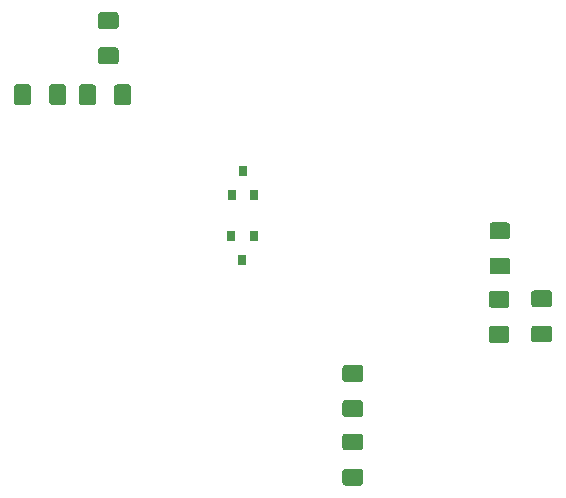
<source format=gbr>
G04 #@! TF.GenerationSoftware,KiCad,Pcbnew,(5.1.5)-3*
G04 #@! TF.CreationDate,2020-09-02T12:15:22+02:00*
G04 #@! TF.ProjectId,mixer,6d697865-722e-46b6-9963-61645f706362,rev?*
G04 #@! TF.SameCoordinates,Original*
G04 #@! TF.FileFunction,Paste,Top*
G04 #@! TF.FilePolarity,Positive*
%FSLAX46Y46*%
G04 Gerber Fmt 4.6, Leading zero omitted, Abs format (unit mm)*
G04 Created by KiCad (PCBNEW (5.1.5)-3) date 2020-09-02 12:15:22*
%MOMM*%
%LPD*%
G04 APERTURE LIST*
%ADD10C,0.100000*%
%ADD11R,0.800000X0.900000*%
G04 APERTURE END LIST*
D10*
G36*
X65044504Y-82206204D02*
G01*
X65068773Y-82209804D01*
X65092571Y-82215765D01*
X65115671Y-82224030D01*
X65137849Y-82234520D01*
X65158893Y-82247133D01*
X65178598Y-82261747D01*
X65196777Y-82278223D01*
X65213253Y-82296402D01*
X65227867Y-82316107D01*
X65240480Y-82337151D01*
X65250970Y-82359329D01*
X65259235Y-82382429D01*
X65265196Y-82406227D01*
X65268796Y-82430496D01*
X65270000Y-82455000D01*
X65270000Y-83705000D01*
X65268796Y-83729504D01*
X65265196Y-83753773D01*
X65259235Y-83777571D01*
X65250970Y-83800671D01*
X65240480Y-83822849D01*
X65227867Y-83843893D01*
X65213253Y-83863598D01*
X65196777Y-83881777D01*
X65178598Y-83898253D01*
X65158893Y-83912867D01*
X65137849Y-83925480D01*
X65115671Y-83935970D01*
X65092571Y-83944235D01*
X65068773Y-83950196D01*
X65044504Y-83953796D01*
X65020000Y-83955000D01*
X64095000Y-83955000D01*
X64070496Y-83953796D01*
X64046227Y-83950196D01*
X64022429Y-83944235D01*
X63999329Y-83935970D01*
X63977151Y-83925480D01*
X63956107Y-83912867D01*
X63936402Y-83898253D01*
X63918223Y-83881777D01*
X63901747Y-83863598D01*
X63887133Y-83843893D01*
X63874520Y-83822849D01*
X63864030Y-83800671D01*
X63855765Y-83777571D01*
X63849804Y-83753773D01*
X63846204Y-83729504D01*
X63845000Y-83705000D01*
X63845000Y-82455000D01*
X63846204Y-82430496D01*
X63849804Y-82406227D01*
X63855765Y-82382429D01*
X63864030Y-82359329D01*
X63874520Y-82337151D01*
X63887133Y-82316107D01*
X63901747Y-82296402D01*
X63918223Y-82278223D01*
X63936402Y-82261747D01*
X63956107Y-82247133D01*
X63977151Y-82234520D01*
X63999329Y-82224030D01*
X64022429Y-82215765D01*
X64046227Y-82209804D01*
X64070496Y-82206204D01*
X64095000Y-82205000D01*
X65020000Y-82205000D01*
X65044504Y-82206204D01*
G37*
G36*
X62069504Y-82206204D02*
G01*
X62093773Y-82209804D01*
X62117571Y-82215765D01*
X62140671Y-82224030D01*
X62162849Y-82234520D01*
X62183893Y-82247133D01*
X62203598Y-82261747D01*
X62221777Y-82278223D01*
X62238253Y-82296402D01*
X62252867Y-82316107D01*
X62265480Y-82337151D01*
X62275970Y-82359329D01*
X62284235Y-82382429D01*
X62290196Y-82406227D01*
X62293796Y-82430496D01*
X62295000Y-82455000D01*
X62295000Y-83705000D01*
X62293796Y-83729504D01*
X62290196Y-83753773D01*
X62284235Y-83777571D01*
X62275970Y-83800671D01*
X62265480Y-83822849D01*
X62252867Y-83843893D01*
X62238253Y-83863598D01*
X62221777Y-83881777D01*
X62203598Y-83898253D01*
X62183893Y-83912867D01*
X62162849Y-83925480D01*
X62140671Y-83935970D01*
X62117571Y-83944235D01*
X62093773Y-83950196D01*
X62069504Y-83953796D01*
X62045000Y-83955000D01*
X61120000Y-83955000D01*
X61095496Y-83953796D01*
X61071227Y-83950196D01*
X61047429Y-83944235D01*
X61024329Y-83935970D01*
X61002151Y-83925480D01*
X60981107Y-83912867D01*
X60961402Y-83898253D01*
X60943223Y-83881777D01*
X60926747Y-83863598D01*
X60912133Y-83843893D01*
X60899520Y-83822849D01*
X60889030Y-83800671D01*
X60880765Y-83777571D01*
X60874804Y-83753773D01*
X60871204Y-83729504D01*
X60870000Y-83705000D01*
X60870000Y-82455000D01*
X60871204Y-82430496D01*
X60874804Y-82406227D01*
X60880765Y-82382429D01*
X60889030Y-82359329D01*
X60899520Y-82337151D01*
X60912133Y-82316107D01*
X60926747Y-82296402D01*
X60943223Y-82278223D01*
X60961402Y-82261747D01*
X60981107Y-82247133D01*
X61002151Y-82234520D01*
X61024329Y-82224030D01*
X61047429Y-82215765D01*
X61071227Y-82209804D01*
X61095496Y-82206204D01*
X61120000Y-82205000D01*
X62045000Y-82205000D01*
X62069504Y-82206204D01*
G37*
G36*
X70544504Y-82226204D02*
G01*
X70568773Y-82229804D01*
X70592571Y-82235765D01*
X70615671Y-82244030D01*
X70637849Y-82254520D01*
X70658893Y-82267133D01*
X70678598Y-82281747D01*
X70696777Y-82298223D01*
X70713253Y-82316402D01*
X70727867Y-82336107D01*
X70740480Y-82357151D01*
X70750970Y-82379329D01*
X70759235Y-82402429D01*
X70765196Y-82426227D01*
X70768796Y-82450496D01*
X70770000Y-82475000D01*
X70770000Y-83725000D01*
X70768796Y-83749504D01*
X70765196Y-83773773D01*
X70759235Y-83797571D01*
X70750970Y-83820671D01*
X70740480Y-83842849D01*
X70727867Y-83863893D01*
X70713253Y-83883598D01*
X70696777Y-83901777D01*
X70678598Y-83918253D01*
X70658893Y-83932867D01*
X70637849Y-83945480D01*
X70615671Y-83955970D01*
X70592571Y-83964235D01*
X70568773Y-83970196D01*
X70544504Y-83973796D01*
X70520000Y-83975000D01*
X69595000Y-83975000D01*
X69570496Y-83973796D01*
X69546227Y-83970196D01*
X69522429Y-83964235D01*
X69499329Y-83955970D01*
X69477151Y-83945480D01*
X69456107Y-83932867D01*
X69436402Y-83918253D01*
X69418223Y-83901777D01*
X69401747Y-83883598D01*
X69387133Y-83863893D01*
X69374520Y-83842849D01*
X69364030Y-83820671D01*
X69355765Y-83797571D01*
X69349804Y-83773773D01*
X69346204Y-83749504D01*
X69345000Y-83725000D01*
X69345000Y-82475000D01*
X69346204Y-82450496D01*
X69349804Y-82426227D01*
X69355765Y-82402429D01*
X69364030Y-82379329D01*
X69374520Y-82357151D01*
X69387133Y-82336107D01*
X69401747Y-82316402D01*
X69418223Y-82298223D01*
X69436402Y-82281747D01*
X69456107Y-82267133D01*
X69477151Y-82254520D01*
X69499329Y-82244030D01*
X69522429Y-82235765D01*
X69546227Y-82229804D01*
X69570496Y-82226204D01*
X69595000Y-82225000D01*
X70520000Y-82225000D01*
X70544504Y-82226204D01*
G37*
G36*
X67569504Y-82226204D02*
G01*
X67593773Y-82229804D01*
X67617571Y-82235765D01*
X67640671Y-82244030D01*
X67662849Y-82254520D01*
X67683893Y-82267133D01*
X67703598Y-82281747D01*
X67721777Y-82298223D01*
X67738253Y-82316402D01*
X67752867Y-82336107D01*
X67765480Y-82357151D01*
X67775970Y-82379329D01*
X67784235Y-82402429D01*
X67790196Y-82426227D01*
X67793796Y-82450496D01*
X67795000Y-82475000D01*
X67795000Y-83725000D01*
X67793796Y-83749504D01*
X67790196Y-83773773D01*
X67784235Y-83797571D01*
X67775970Y-83820671D01*
X67765480Y-83842849D01*
X67752867Y-83863893D01*
X67738253Y-83883598D01*
X67721777Y-83901777D01*
X67703598Y-83918253D01*
X67683893Y-83932867D01*
X67662849Y-83945480D01*
X67640671Y-83955970D01*
X67617571Y-83964235D01*
X67593773Y-83970196D01*
X67569504Y-83973796D01*
X67545000Y-83975000D01*
X66620000Y-83975000D01*
X66595496Y-83973796D01*
X66571227Y-83970196D01*
X66547429Y-83964235D01*
X66524329Y-83955970D01*
X66502151Y-83945480D01*
X66481107Y-83932867D01*
X66461402Y-83918253D01*
X66443223Y-83901777D01*
X66426747Y-83883598D01*
X66412133Y-83863893D01*
X66399520Y-83842849D01*
X66389030Y-83820671D01*
X66380765Y-83797571D01*
X66374804Y-83773773D01*
X66371204Y-83749504D01*
X66370000Y-83725000D01*
X66370000Y-82475000D01*
X66371204Y-82450496D01*
X66374804Y-82426227D01*
X66380765Y-82402429D01*
X66389030Y-82379329D01*
X66399520Y-82357151D01*
X66412133Y-82336107D01*
X66426747Y-82316402D01*
X66443223Y-82298223D01*
X66461402Y-82281747D01*
X66481107Y-82267133D01*
X66502151Y-82254520D01*
X66524329Y-82244030D01*
X66547429Y-82235765D01*
X66571227Y-82229804D01*
X66595496Y-82226204D01*
X66620000Y-82225000D01*
X67545000Y-82225000D01*
X67569504Y-82226204D01*
G37*
G36*
X69489504Y-79086204D02*
G01*
X69513773Y-79089804D01*
X69537571Y-79095765D01*
X69560671Y-79104030D01*
X69582849Y-79114520D01*
X69603893Y-79127133D01*
X69623598Y-79141747D01*
X69641777Y-79158223D01*
X69658253Y-79176402D01*
X69672867Y-79196107D01*
X69685480Y-79217151D01*
X69695970Y-79239329D01*
X69704235Y-79262429D01*
X69710196Y-79286227D01*
X69713796Y-79310496D01*
X69715000Y-79335000D01*
X69715000Y-80260000D01*
X69713796Y-80284504D01*
X69710196Y-80308773D01*
X69704235Y-80332571D01*
X69695970Y-80355671D01*
X69685480Y-80377849D01*
X69672867Y-80398893D01*
X69658253Y-80418598D01*
X69641777Y-80436777D01*
X69623598Y-80453253D01*
X69603893Y-80467867D01*
X69582849Y-80480480D01*
X69560671Y-80490970D01*
X69537571Y-80499235D01*
X69513773Y-80505196D01*
X69489504Y-80508796D01*
X69465000Y-80510000D01*
X68215000Y-80510000D01*
X68190496Y-80508796D01*
X68166227Y-80505196D01*
X68142429Y-80499235D01*
X68119329Y-80490970D01*
X68097151Y-80480480D01*
X68076107Y-80467867D01*
X68056402Y-80453253D01*
X68038223Y-80436777D01*
X68021747Y-80418598D01*
X68007133Y-80398893D01*
X67994520Y-80377849D01*
X67984030Y-80355671D01*
X67975765Y-80332571D01*
X67969804Y-80308773D01*
X67966204Y-80284504D01*
X67965000Y-80260000D01*
X67965000Y-79335000D01*
X67966204Y-79310496D01*
X67969804Y-79286227D01*
X67975765Y-79262429D01*
X67984030Y-79239329D01*
X67994520Y-79217151D01*
X68007133Y-79196107D01*
X68021747Y-79176402D01*
X68038223Y-79158223D01*
X68056402Y-79141747D01*
X68076107Y-79127133D01*
X68097151Y-79114520D01*
X68119329Y-79104030D01*
X68142429Y-79095765D01*
X68166227Y-79089804D01*
X68190496Y-79086204D01*
X68215000Y-79085000D01*
X69465000Y-79085000D01*
X69489504Y-79086204D01*
G37*
G36*
X69489504Y-76111204D02*
G01*
X69513773Y-76114804D01*
X69537571Y-76120765D01*
X69560671Y-76129030D01*
X69582849Y-76139520D01*
X69603893Y-76152133D01*
X69623598Y-76166747D01*
X69641777Y-76183223D01*
X69658253Y-76201402D01*
X69672867Y-76221107D01*
X69685480Y-76242151D01*
X69695970Y-76264329D01*
X69704235Y-76287429D01*
X69710196Y-76311227D01*
X69713796Y-76335496D01*
X69715000Y-76360000D01*
X69715000Y-77285000D01*
X69713796Y-77309504D01*
X69710196Y-77333773D01*
X69704235Y-77357571D01*
X69695970Y-77380671D01*
X69685480Y-77402849D01*
X69672867Y-77423893D01*
X69658253Y-77443598D01*
X69641777Y-77461777D01*
X69623598Y-77478253D01*
X69603893Y-77492867D01*
X69582849Y-77505480D01*
X69560671Y-77515970D01*
X69537571Y-77524235D01*
X69513773Y-77530196D01*
X69489504Y-77533796D01*
X69465000Y-77535000D01*
X68215000Y-77535000D01*
X68190496Y-77533796D01*
X68166227Y-77530196D01*
X68142429Y-77524235D01*
X68119329Y-77515970D01*
X68097151Y-77505480D01*
X68076107Y-77492867D01*
X68056402Y-77478253D01*
X68038223Y-77461777D01*
X68021747Y-77443598D01*
X68007133Y-77423893D01*
X67994520Y-77402849D01*
X67984030Y-77380671D01*
X67975765Y-77357571D01*
X67969804Y-77333773D01*
X67966204Y-77309504D01*
X67965000Y-77285000D01*
X67965000Y-76360000D01*
X67966204Y-76335496D01*
X67969804Y-76311227D01*
X67975765Y-76287429D01*
X67984030Y-76264329D01*
X67994520Y-76242151D01*
X68007133Y-76221107D01*
X68021747Y-76201402D01*
X68038223Y-76183223D01*
X68056402Y-76166747D01*
X68076107Y-76152133D01*
X68097151Y-76139520D01*
X68119329Y-76129030D01*
X68142429Y-76120765D01*
X68166227Y-76114804D01*
X68190496Y-76111204D01*
X68215000Y-76110000D01*
X69465000Y-76110000D01*
X69489504Y-76111204D01*
G37*
G36*
X106189044Y-102637824D02*
G01*
X106213313Y-102641424D01*
X106237111Y-102647385D01*
X106260211Y-102655650D01*
X106282389Y-102666140D01*
X106303433Y-102678753D01*
X106323138Y-102693367D01*
X106341317Y-102709843D01*
X106357793Y-102728022D01*
X106372407Y-102747727D01*
X106385020Y-102768771D01*
X106395510Y-102790949D01*
X106403775Y-102814049D01*
X106409736Y-102837847D01*
X106413336Y-102862116D01*
X106414540Y-102886620D01*
X106414540Y-103811620D01*
X106413336Y-103836124D01*
X106409736Y-103860393D01*
X106403775Y-103884191D01*
X106395510Y-103907291D01*
X106385020Y-103929469D01*
X106372407Y-103950513D01*
X106357793Y-103970218D01*
X106341317Y-103988397D01*
X106323138Y-104004873D01*
X106303433Y-104019487D01*
X106282389Y-104032100D01*
X106260211Y-104042590D01*
X106237111Y-104050855D01*
X106213313Y-104056816D01*
X106189044Y-104060416D01*
X106164540Y-104061620D01*
X104914540Y-104061620D01*
X104890036Y-104060416D01*
X104865767Y-104056816D01*
X104841969Y-104050855D01*
X104818869Y-104042590D01*
X104796691Y-104032100D01*
X104775647Y-104019487D01*
X104755942Y-104004873D01*
X104737763Y-103988397D01*
X104721287Y-103970218D01*
X104706673Y-103950513D01*
X104694060Y-103929469D01*
X104683570Y-103907291D01*
X104675305Y-103884191D01*
X104669344Y-103860393D01*
X104665744Y-103836124D01*
X104664540Y-103811620D01*
X104664540Y-102886620D01*
X104665744Y-102862116D01*
X104669344Y-102837847D01*
X104675305Y-102814049D01*
X104683570Y-102790949D01*
X104694060Y-102768771D01*
X104706673Y-102747727D01*
X104721287Y-102728022D01*
X104737763Y-102709843D01*
X104755942Y-102693367D01*
X104775647Y-102678753D01*
X104796691Y-102666140D01*
X104818869Y-102655650D01*
X104841969Y-102647385D01*
X104865767Y-102641424D01*
X104890036Y-102637824D01*
X104914540Y-102636620D01*
X106164540Y-102636620D01*
X106189044Y-102637824D01*
G37*
G36*
X106189044Y-99662824D02*
G01*
X106213313Y-99666424D01*
X106237111Y-99672385D01*
X106260211Y-99680650D01*
X106282389Y-99691140D01*
X106303433Y-99703753D01*
X106323138Y-99718367D01*
X106341317Y-99734843D01*
X106357793Y-99753022D01*
X106372407Y-99772727D01*
X106385020Y-99793771D01*
X106395510Y-99815949D01*
X106403775Y-99839049D01*
X106409736Y-99862847D01*
X106413336Y-99887116D01*
X106414540Y-99911620D01*
X106414540Y-100836620D01*
X106413336Y-100861124D01*
X106409736Y-100885393D01*
X106403775Y-100909191D01*
X106395510Y-100932291D01*
X106385020Y-100954469D01*
X106372407Y-100975513D01*
X106357793Y-100995218D01*
X106341317Y-101013397D01*
X106323138Y-101029873D01*
X106303433Y-101044487D01*
X106282389Y-101057100D01*
X106260211Y-101067590D01*
X106237111Y-101075855D01*
X106213313Y-101081816D01*
X106189044Y-101085416D01*
X106164540Y-101086620D01*
X104914540Y-101086620D01*
X104890036Y-101085416D01*
X104865767Y-101081816D01*
X104841969Y-101075855D01*
X104818869Y-101067590D01*
X104796691Y-101057100D01*
X104775647Y-101044487D01*
X104755942Y-101029873D01*
X104737763Y-101013397D01*
X104721287Y-100995218D01*
X104706673Y-100975513D01*
X104694060Y-100954469D01*
X104683570Y-100932291D01*
X104675305Y-100909191D01*
X104669344Y-100885393D01*
X104665744Y-100861124D01*
X104664540Y-100836620D01*
X104664540Y-99911620D01*
X104665744Y-99887116D01*
X104669344Y-99862847D01*
X104675305Y-99839049D01*
X104683570Y-99815949D01*
X104694060Y-99793771D01*
X104706673Y-99772727D01*
X104721287Y-99753022D01*
X104737763Y-99734843D01*
X104755942Y-99718367D01*
X104775647Y-99703753D01*
X104796691Y-99691140D01*
X104818869Y-99680650D01*
X104841969Y-99672385D01*
X104865767Y-99666424D01*
X104890036Y-99662824D01*
X104914540Y-99661620D01*
X106164540Y-99661620D01*
X106189044Y-99662824D01*
G37*
G36*
X102584784Y-99703464D02*
G01*
X102609053Y-99707064D01*
X102632851Y-99713025D01*
X102655951Y-99721290D01*
X102678129Y-99731780D01*
X102699173Y-99744393D01*
X102718878Y-99759007D01*
X102737057Y-99775483D01*
X102753533Y-99793662D01*
X102768147Y-99813367D01*
X102780760Y-99834411D01*
X102791250Y-99856589D01*
X102799515Y-99879689D01*
X102805476Y-99903487D01*
X102809076Y-99927756D01*
X102810280Y-99952260D01*
X102810280Y-100877260D01*
X102809076Y-100901764D01*
X102805476Y-100926033D01*
X102799515Y-100949831D01*
X102791250Y-100972931D01*
X102780760Y-100995109D01*
X102768147Y-101016153D01*
X102753533Y-101035858D01*
X102737057Y-101054037D01*
X102718878Y-101070513D01*
X102699173Y-101085127D01*
X102678129Y-101097740D01*
X102655951Y-101108230D01*
X102632851Y-101116495D01*
X102609053Y-101122456D01*
X102584784Y-101126056D01*
X102560280Y-101127260D01*
X101310280Y-101127260D01*
X101285776Y-101126056D01*
X101261507Y-101122456D01*
X101237709Y-101116495D01*
X101214609Y-101108230D01*
X101192431Y-101097740D01*
X101171387Y-101085127D01*
X101151682Y-101070513D01*
X101133503Y-101054037D01*
X101117027Y-101035858D01*
X101102413Y-101016153D01*
X101089800Y-100995109D01*
X101079310Y-100972931D01*
X101071045Y-100949831D01*
X101065084Y-100926033D01*
X101061484Y-100901764D01*
X101060280Y-100877260D01*
X101060280Y-99952260D01*
X101061484Y-99927756D01*
X101065084Y-99903487D01*
X101071045Y-99879689D01*
X101079310Y-99856589D01*
X101089800Y-99834411D01*
X101102413Y-99813367D01*
X101117027Y-99793662D01*
X101133503Y-99775483D01*
X101151682Y-99759007D01*
X101171387Y-99744393D01*
X101192431Y-99731780D01*
X101214609Y-99721290D01*
X101237709Y-99713025D01*
X101261507Y-99707064D01*
X101285776Y-99703464D01*
X101310280Y-99702260D01*
X102560280Y-99702260D01*
X102584784Y-99703464D01*
G37*
G36*
X102584784Y-102678464D02*
G01*
X102609053Y-102682064D01*
X102632851Y-102688025D01*
X102655951Y-102696290D01*
X102678129Y-102706780D01*
X102699173Y-102719393D01*
X102718878Y-102734007D01*
X102737057Y-102750483D01*
X102753533Y-102768662D01*
X102768147Y-102788367D01*
X102780760Y-102809411D01*
X102791250Y-102831589D01*
X102799515Y-102854689D01*
X102805476Y-102878487D01*
X102809076Y-102902756D01*
X102810280Y-102927260D01*
X102810280Y-103852260D01*
X102809076Y-103876764D01*
X102805476Y-103901033D01*
X102799515Y-103924831D01*
X102791250Y-103947931D01*
X102780760Y-103970109D01*
X102768147Y-103991153D01*
X102753533Y-104010858D01*
X102737057Y-104029037D01*
X102718878Y-104045513D01*
X102699173Y-104060127D01*
X102678129Y-104072740D01*
X102655951Y-104083230D01*
X102632851Y-104091495D01*
X102609053Y-104097456D01*
X102584784Y-104101056D01*
X102560280Y-104102260D01*
X101310280Y-104102260D01*
X101285776Y-104101056D01*
X101261507Y-104097456D01*
X101237709Y-104091495D01*
X101214609Y-104083230D01*
X101192431Y-104072740D01*
X101171387Y-104060127D01*
X101151682Y-104045513D01*
X101133503Y-104029037D01*
X101117027Y-104010858D01*
X101102413Y-103991153D01*
X101089800Y-103970109D01*
X101079310Y-103947931D01*
X101071045Y-103924831D01*
X101065084Y-103901033D01*
X101061484Y-103876764D01*
X101060280Y-103852260D01*
X101060280Y-102927260D01*
X101061484Y-102902756D01*
X101065084Y-102878487D01*
X101071045Y-102854689D01*
X101079310Y-102831589D01*
X101089800Y-102809411D01*
X101102413Y-102788367D01*
X101117027Y-102768662D01*
X101133503Y-102750483D01*
X101151682Y-102734007D01*
X101171387Y-102719393D01*
X101192431Y-102706780D01*
X101214609Y-102696290D01*
X101237709Y-102688025D01*
X101261507Y-102682064D01*
X101285776Y-102678464D01*
X101310280Y-102677260D01*
X102560280Y-102677260D01*
X102584784Y-102678464D01*
G37*
G36*
X90199744Y-111786244D02*
G01*
X90224013Y-111789844D01*
X90247811Y-111795805D01*
X90270911Y-111804070D01*
X90293089Y-111814560D01*
X90314133Y-111827173D01*
X90333838Y-111841787D01*
X90352017Y-111858263D01*
X90368493Y-111876442D01*
X90383107Y-111896147D01*
X90395720Y-111917191D01*
X90406210Y-111939369D01*
X90414475Y-111962469D01*
X90420436Y-111986267D01*
X90424036Y-112010536D01*
X90425240Y-112035040D01*
X90425240Y-112960040D01*
X90424036Y-112984544D01*
X90420436Y-113008813D01*
X90414475Y-113032611D01*
X90406210Y-113055711D01*
X90395720Y-113077889D01*
X90383107Y-113098933D01*
X90368493Y-113118638D01*
X90352017Y-113136817D01*
X90333838Y-113153293D01*
X90314133Y-113167907D01*
X90293089Y-113180520D01*
X90270911Y-113191010D01*
X90247811Y-113199275D01*
X90224013Y-113205236D01*
X90199744Y-113208836D01*
X90175240Y-113210040D01*
X88925240Y-113210040D01*
X88900736Y-113208836D01*
X88876467Y-113205236D01*
X88852669Y-113199275D01*
X88829569Y-113191010D01*
X88807391Y-113180520D01*
X88786347Y-113167907D01*
X88766642Y-113153293D01*
X88748463Y-113136817D01*
X88731987Y-113118638D01*
X88717373Y-113098933D01*
X88704760Y-113077889D01*
X88694270Y-113055711D01*
X88686005Y-113032611D01*
X88680044Y-113008813D01*
X88676444Y-112984544D01*
X88675240Y-112960040D01*
X88675240Y-112035040D01*
X88676444Y-112010536D01*
X88680044Y-111986267D01*
X88686005Y-111962469D01*
X88694270Y-111939369D01*
X88704760Y-111917191D01*
X88717373Y-111896147D01*
X88731987Y-111876442D01*
X88748463Y-111858263D01*
X88766642Y-111841787D01*
X88786347Y-111827173D01*
X88807391Y-111814560D01*
X88829569Y-111804070D01*
X88852669Y-111795805D01*
X88876467Y-111789844D01*
X88900736Y-111786244D01*
X88925240Y-111785040D01*
X90175240Y-111785040D01*
X90199744Y-111786244D01*
G37*
G36*
X90199744Y-114761244D02*
G01*
X90224013Y-114764844D01*
X90247811Y-114770805D01*
X90270911Y-114779070D01*
X90293089Y-114789560D01*
X90314133Y-114802173D01*
X90333838Y-114816787D01*
X90352017Y-114833263D01*
X90368493Y-114851442D01*
X90383107Y-114871147D01*
X90395720Y-114892191D01*
X90406210Y-114914369D01*
X90414475Y-114937469D01*
X90420436Y-114961267D01*
X90424036Y-114985536D01*
X90425240Y-115010040D01*
X90425240Y-115935040D01*
X90424036Y-115959544D01*
X90420436Y-115983813D01*
X90414475Y-116007611D01*
X90406210Y-116030711D01*
X90395720Y-116052889D01*
X90383107Y-116073933D01*
X90368493Y-116093638D01*
X90352017Y-116111817D01*
X90333838Y-116128293D01*
X90314133Y-116142907D01*
X90293089Y-116155520D01*
X90270911Y-116166010D01*
X90247811Y-116174275D01*
X90224013Y-116180236D01*
X90199744Y-116183836D01*
X90175240Y-116185040D01*
X88925240Y-116185040D01*
X88900736Y-116183836D01*
X88876467Y-116180236D01*
X88852669Y-116174275D01*
X88829569Y-116166010D01*
X88807391Y-116155520D01*
X88786347Y-116142907D01*
X88766642Y-116128293D01*
X88748463Y-116111817D01*
X88731987Y-116093638D01*
X88717373Y-116073933D01*
X88704760Y-116052889D01*
X88694270Y-116030711D01*
X88686005Y-116007611D01*
X88680044Y-115983813D01*
X88676444Y-115959544D01*
X88675240Y-115935040D01*
X88675240Y-115010040D01*
X88676444Y-114985536D01*
X88680044Y-114961267D01*
X88686005Y-114937469D01*
X88694270Y-114914369D01*
X88704760Y-114892191D01*
X88717373Y-114871147D01*
X88731987Y-114851442D01*
X88748463Y-114833263D01*
X88766642Y-114816787D01*
X88786347Y-114802173D01*
X88807391Y-114789560D01*
X88829569Y-114779070D01*
X88852669Y-114770805D01*
X88876467Y-114764844D01*
X88900736Y-114761244D01*
X88925240Y-114760040D01*
X90175240Y-114760040D01*
X90199744Y-114761244D01*
G37*
G36*
X102648284Y-96889804D02*
G01*
X102672553Y-96893404D01*
X102696351Y-96899365D01*
X102719451Y-96907630D01*
X102741629Y-96918120D01*
X102762673Y-96930733D01*
X102782378Y-96945347D01*
X102800557Y-96961823D01*
X102817033Y-96980002D01*
X102831647Y-96999707D01*
X102844260Y-97020751D01*
X102854750Y-97042929D01*
X102863015Y-97066029D01*
X102868976Y-97089827D01*
X102872576Y-97114096D01*
X102873780Y-97138600D01*
X102873780Y-98063600D01*
X102872576Y-98088104D01*
X102868976Y-98112373D01*
X102863015Y-98136171D01*
X102854750Y-98159271D01*
X102844260Y-98181449D01*
X102831647Y-98202493D01*
X102817033Y-98222198D01*
X102800557Y-98240377D01*
X102782378Y-98256853D01*
X102762673Y-98271467D01*
X102741629Y-98284080D01*
X102719451Y-98294570D01*
X102696351Y-98302835D01*
X102672553Y-98308796D01*
X102648284Y-98312396D01*
X102623780Y-98313600D01*
X101373780Y-98313600D01*
X101349276Y-98312396D01*
X101325007Y-98308796D01*
X101301209Y-98302835D01*
X101278109Y-98294570D01*
X101255931Y-98284080D01*
X101234887Y-98271467D01*
X101215182Y-98256853D01*
X101197003Y-98240377D01*
X101180527Y-98222198D01*
X101165913Y-98202493D01*
X101153300Y-98181449D01*
X101142810Y-98159271D01*
X101134545Y-98136171D01*
X101128584Y-98112373D01*
X101124984Y-98088104D01*
X101123780Y-98063600D01*
X101123780Y-97138600D01*
X101124984Y-97114096D01*
X101128584Y-97089827D01*
X101134545Y-97066029D01*
X101142810Y-97042929D01*
X101153300Y-97020751D01*
X101165913Y-96999707D01*
X101180527Y-96980002D01*
X101197003Y-96961823D01*
X101215182Y-96945347D01*
X101234887Y-96930733D01*
X101255931Y-96918120D01*
X101278109Y-96907630D01*
X101301209Y-96899365D01*
X101325007Y-96893404D01*
X101349276Y-96889804D01*
X101373780Y-96888600D01*
X102623780Y-96888600D01*
X102648284Y-96889804D01*
G37*
G36*
X102648284Y-93914804D02*
G01*
X102672553Y-93918404D01*
X102696351Y-93924365D01*
X102719451Y-93932630D01*
X102741629Y-93943120D01*
X102762673Y-93955733D01*
X102782378Y-93970347D01*
X102800557Y-93986823D01*
X102817033Y-94005002D01*
X102831647Y-94024707D01*
X102844260Y-94045751D01*
X102854750Y-94067929D01*
X102863015Y-94091029D01*
X102868976Y-94114827D01*
X102872576Y-94139096D01*
X102873780Y-94163600D01*
X102873780Y-95088600D01*
X102872576Y-95113104D01*
X102868976Y-95137373D01*
X102863015Y-95161171D01*
X102854750Y-95184271D01*
X102844260Y-95206449D01*
X102831647Y-95227493D01*
X102817033Y-95247198D01*
X102800557Y-95265377D01*
X102782378Y-95281853D01*
X102762673Y-95296467D01*
X102741629Y-95309080D01*
X102719451Y-95319570D01*
X102696351Y-95327835D01*
X102672553Y-95333796D01*
X102648284Y-95337396D01*
X102623780Y-95338600D01*
X101373780Y-95338600D01*
X101349276Y-95337396D01*
X101325007Y-95333796D01*
X101301209Y-95327835D01*
X101278109Y-95319570D01*
X101255931Y-95309080D01*
X101234887Y-95296467D01*
X101215182Y-95281853D01*
X101197003Y-95265377D01*
X101180527Y-95247198D01*
X101165913Y-95227493D01*
X101153300Y-95206449D01*
X101142810Y-95184271D01*
X101134545Y-95161171D01*
X101128584Y-95137373D01*
X101124984Y-95113104D01*
X101123780Y-95088600D01*
X101123780Y-94163600D01*
X101124984Y-94139096D01*
X101128584Y-94114827D01*
X101134545Y-94091029D01*
X101142810Y-94067929D01*
X101153300Y-94045751D01*
X101165913Y-94024707D01*
X101180527Y-94005002D01*
X101197003Y-93986823D01*
X101215182Y-93970347D01*
X101234887Y-93955733D01*
X101255931Y-93943120D01*
X101278109Y-93932630D01*
X101301209Y-93924365D01*
X101325007Y-93918404D01*
X101349276Y-93914804D01*
X101373780Y-93913600D01*
X102623780Y-93913600D01*
X102648284Y-93914804D01*
G37*
D11*
X81155580Y-95080580D03*
X79255580Y-95080580D03*
X80205580Y-97080580D03*
X80246220Y-89558620D03*
X81196220Y-91558620D03*
X79296220Y-91558620D03*
D10*
G36*
X90199744Y-105984884D02*
G01*
X90224013Y-105988484D01*
X90247811Y-105994445D01*
X90270911Y-106002710D01*
X90293089Y-106013200D01*
X90314133Y-106025813D01*
X90333838Y-106040427D01*
X90352017Y-106056903D01*
X90368493Y-106075082D01*
X90383107Y-106094787D01*
X90395720Y-106115831D01*
X90406210Y-106138009D01*
X90414475Y-106161109D01*
X90420436Y-106184907D01*
X90424036Y-106209176D01*
X90425240Y-106233680D01*
X90425240Y-107158680D01*
X90424036Y-107183184D01*
X90420436Y-107207453D01*
X90414475Y-107231251D01*
X90406210Y-107254351D01*
X90395720Y-107276529D01*
X90383107Y-107297573D01*
X90368493Y-107317278D01*
X90352017Y-107335457D01*
X90333838Y-107351933D01*
X90314133Y-107366547D01*
X90293089Y-107379160D01*
X90270911Y-107389650D01*
X90247811Y-107397915D01*
X90224013Y-107403876D01*
X90199744Y-107407476D01*
X90175240Y-107408680D01*
X88925240Y-107408680D01*
X88900736Y-107407476D01*
X88876467Y-107403876D01*
X88852669Y-107397915D01*
X88829569Y-107389650D01*
X88807391Y-107379160D01*
X88786347Y-107366547D01*
X88766642Y-107351933D01*
X88748463Y-107335457D01*
X88731987Y-107317278D01*
X88717373Y-107297573D01*
X88704760Y-107276529D01*
X88694270Y-107254351D01*
X88686005Y-107231251D01*
X88680044Y-107207453D01*
X88676444Y-107183184D01*
X88675240Y-107158680D01*
X88675240Y-106233680D01*
X88676444Y-106209176D01*
X88680044Y-106184907D01*
X88686005Y-106161109D01*
X88694270Y-106138009D01*
X88704760Y-106115831D01*
X88717373Y-106094787D01*
X88731987Y-106075082D01*
X88748463Y-106056903D01*
X88766642Y-106040427D01*
X88786347Y-106025813D01*
X88807391Y-106013200D01*
X88829569Y-106002710D01*
X88852669Y-105994445D01*
X88876467Y-105988484D01*
X88900736Y-105984884D01*
X88925240Y-105983680D01*
X90175240Y-105983680D01*
X90199744Y-105984884D01*
G37*
G36*
X90199744Y-108959884D02*
G01*
X90224013Y-108963484D01*
X90247811Y-108969445D01*
X90270911Y-108977710D01*
X90293089Y-108988200D01*
X90314133Y-109000813D01*
X90333838Y-109015427D01*
X90352017Y-109031903D01*
X90368493Y-109050082D01*
X90383107Y-109069787D01*
X90395720Y-109090831D01*
X90406210Y-109113009D01*
X90414475Y-109136109D01*
X90420436Y-109159907D01*
X90424036Y-109184176D01*
X90425240Y-109208680D01*
X90425240Y-110133680D01*
X90424036Y-110158184D01*
X90420436Y-110182453D01*
X90414475Y-110206251D01*
X90406210Y-110229351D01*
X90395720Y-110251529D01*
X90383107Y-110272573D01*
X90368493Y-110292278D01*
X90352017Y-110310457D01*
X90333838Y-110326933D01*
X90314133Y-110341547D01*
X90293089Y-110354160D01*
X90270911Y-110364650D01*
X90247811Y-110372915D01*
X90224013Y-110378876D01*
X90199744Y-110382476D01*
X90175240Y-110383680D01*
X88925240Y-110383680D01*
X88900736Y-110382476D01*
X88876467Y-110378876D01*
X88852669Y-110372915D01*
X88829569Y-110364650D01*
X88807391Y-110354160D01*
X88786347Y-110341547D01*
X88766642Y-110326933D01*
X88748463Y-110310457D01*
X88731987Y-110292278D01*
X88717373Y-110272573D01*
X88704760Y-110251529D01*
X88694270Y-110229351D01*
X88686005Y-110206251D01*
X88680044Y-110182453D01*
X88676444Y-110158184D01*
X88675240Y-110133680D01*
X88675240Y-109208680D01*
X88676444Y-109184176D01*
X88680044Y-109159907D01*
X88686005Y-109136109D01*
X88694270Y-109113009D01*
X88704760Y-109090831D01*
X88717373Y-109069787D01*
X88731987Y-109050082D01*
X88748463Y-109031903D01*
X88766642Y-109015427D01*
X88786347Y-109000813D01*
X88807391Y-108988200D01*
X88829569Y-108977710D01*
X88852669Y-108969445D01*
X88876467Y-108963484D01*
X88900736Y-108959884D01*
X88925240Y-108958680D01*
X90175240Y-108958680D01*
X90199744Y-108959884D01*
G37*
M02*

</source>
